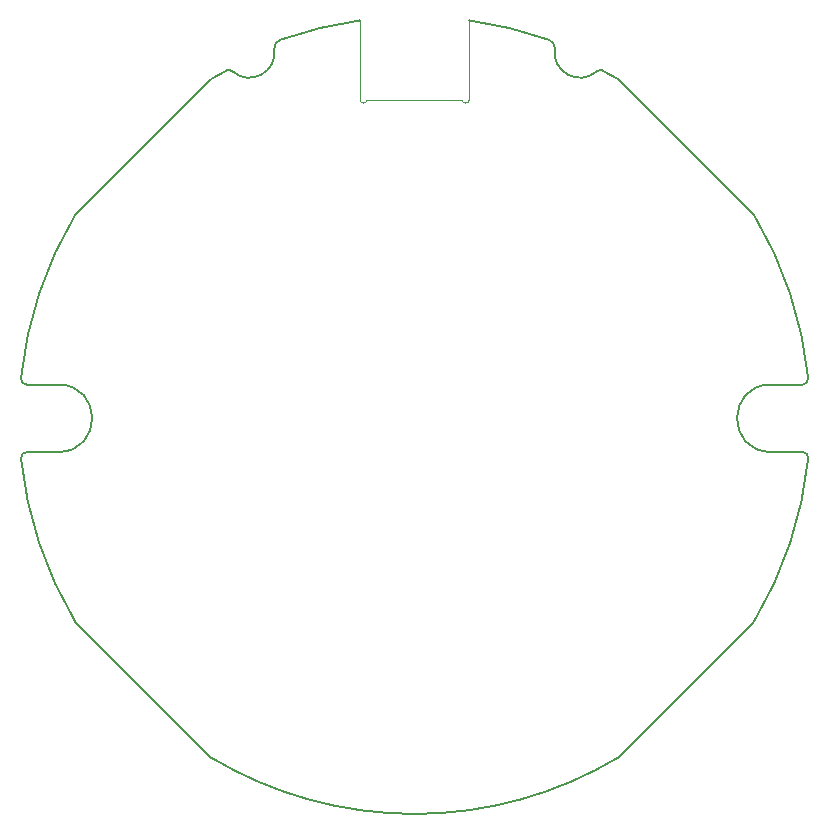
<source format=gbr>
%TF.GenerationSoftware,KiCad,Pcbnew,7.0.5*%
%TF.CreationDate,2023-07-02T01:00:18-05:00*%
%TF.ProjectId,RP2040,52503230-3430-42e6-9b69-6361645f7063,REV1*%
%TF.SameCoordinates,Original*%
%TF.FileFunction,Profile,NP*%
%FSLAX46Y46*%
G04 Gerber Fmt 4.6, Leading zero omitted, Abs format (unit mm)*
G04 Created by KiCad (PCBNEW 7.0.5) date 2023-07-02 01:00:18*
%MOMM*%
%LPD*%
G01*
G04 APERTURE LIST*
%TA.AperFunction,Profile*%
%ADD10C,0.200000*%
%TD*%
%TA.AperFunction,Profile*%
%ADD11C,0.120000*%
%TD*%
G04 APERTURE END LIST*
D10*
X-4625000Y33550000D02*
G75*
G03*
X-11369597Y31908706I4624953J-33683889D01*
G01*
X-11369403Y31908804D02*
G75*
G03*
X-11877112Y31189933I255073J-718870D01*
G01*
X-15422694Y29237939D02*
G75*
G03*
X-11877085Y31189947I1422665J1611994D01*
G01*
X-15422675Y29237912D02*
G75*
G03*
X-15992216Y29302382I-330854J-374879D01*
G01*
X-17236429Y28591533D02*
X-15992229Y29302433D01*
X-17236429Y28591533D02*
X-28725529Y17102433D01*
X-28725668Y17102264D02*
G75*
G03*
X-33326992Y3266543I28725631J-17236228D01*
G01*
X-33326946Y3266787D02*
G75*
G03*
X-32829529Y2716033I497417J-50754D01*
G01*
X-30150029Y2716033D02*
X-32829529Y2716033D01*
X-30150029Y-2983967D02*
G75*
G03*
X-30150029Y2716033I0J2850000D01*
G01*
X-30150029Y-2983967D02*
X-32829529Y-2983967D01*
X-32829529Y-2983968D02*
G75*
G03*
X-33326945Y-3534721I0J-499999D01*
G01*
X-33326992Y-3534477D02*
G75*
G03*
X-28725668Y-17370198I33326955J3400507D01*
G01*
X-28725529Y-17370367D02*
X-17236429Y-28859467D01*
X-17236260Y-28859606D02*
G75*
G03*
X-29Y-33633967I17236231J28725639D01*
G01*
X-29Y-33633967D02*
G75*
G03*
X17236403Y-28859486I0J33500000D01*
G01*
X28725471Y-17370367D02*
X17236371Y-28859467D01*
X28725490Y-17370399D02*
G75*
G03*
X33326910Y-3534727I-28725550J17236442D01*
G01*
X33326888Y-3534725D02*
G75*
G03*
X32829471Y-2983967I-497417J50758D01*
G01*
X30149971Y-2983967D02*
X32829471Y-2983967D01*
X30149971Y2716033D02*
G75*
G03*
X30149971Y-2983967I0J-2850000D01*
G01*
X30149971Y2716033D02*
X32829471Y2716033D01*
X32829471Y2716033D02*
G75*
G03*
X33326888Y3266791I0J500000D01*
G01*
X33326910Y3266793D02*
G75*
G03*
X28725490Y17102465I-33326970J-3400770D01*
G01*
X17236371Y28591533D02*
X28725471Y17102433D01*
X17236371Y28591533D02*
X15992171Y29302433D01*
X15992160Y29302381D02*
G75*
G03*
X15422619Y29237915I-238689J-439348D01*
G01*
X11877026Y31189936D02*
G75*
G03*
X15422646Y29237950I2122945J-340003D01*
G01*
X11877054Y31189933D02*
G75*
G03*
X11369340Y31908806I-762783J0D01*
G01*
X11369316Y31908785D02*
G75*
G03*
X4624942Y33549999I-11369345J-32042752D01*
G01*
D11*
%TO.C,P1*%
X4620000Y26850000D02*
X4620000Y33550000D01*
X4025000Y26825000D02*
X-4025000Y26825000D01*
X-4620000Y26850000D02*
X-4625000Y33550000D01*
X4025000Y26825000D02*
G75*
G03*
X4620000Y26850000I297500J12500D01*
G01*
X-4620000Y26850000D02*
G75*
G03*
X-4025000Y26825000I297500J-12500D01*
G01*
%TD*%
M02*

</source>
